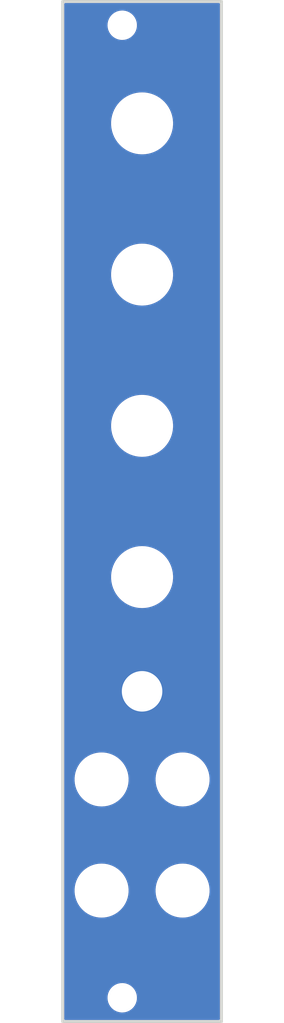
<source format=kicad_pcb>
(kicad_pcb (version 20211014) (generator pcbnew)
  (title_block (title "Eurorack Panel") (rev "0.1") (company "Len Popp") (comment 1 "Copyright © 2022 Len Popp CC BY") (comment 2 "4 HP, 8 HP or 10 HP") (comment 3 "Mounting holes match Delptronics panels"))
  (layers (0 "F.Cu" signal) (31 "B.Cu" signal) (34 "B.Paste" user) (35 "F.Paste" user) (36 "B.SilkS" user "B.Silkscreen") (37 "F.SilkS" user "F.Silkscreen") (38 "B.Mask" user) (39 "F.Mask" user) (44 "Edge.Cuts" user))
  (net 0 "")
  (footprint "-lmp-holes:MountingHole_Pot_Alpha" (layer "F.Cu") (at 150 45.36)
    (fp_text reference "REF**" hide)
    (fp_text value "MountingHole_Pot_Alpha")
    (pad "" np_thru_hole circle locked (at 0 0) (size 7.3 7.3) (drill 7.3) (layers *.Cu *.Mask))
  )
  (footprint "-lmp-holes:MountingHole_Panel_3.2mm_M3" (layer "F.Cu") (at 147.5 33)
    (fp_text reference "REF**" hide)
    (fp_text value "MountingHole_Panel_3.2mm_M3")
    (pad "" np_thru_hole circle locked (at 0 0) (size 3.2 3.2) (drill 3.2) (layers *.Cu *.Mask))
  )
  (footprint "-lmp-holes:MountingHole_Panel_3.2mm_M3" (layer "F.Cu") (at 147.5 155.5)
    (fp_text reference "REF**" hide)
    (fp_text value "MountingHole_Panel_3.2mm_M3")
    (pad "" np_thru_hole circle locked (at 0 0) (size 3.2 3.2) (drill 3.2) (layers *.Cu *.Mask))
  )
  (footprint "-lmp-holes:MountingHole_Pot_Alpha" (layer "F.Cu") (at 150 102.51)
    (fp_text reference "REF**" hide)
    (fp_text value "MountingHole_Pot_Alpha")
    (pad "" np_thru_hole circle locked (at 0 0) (size 7.3 7.3) (drill 7.3) (layers *.Cu *.Mask))
  )
  (footprint "-lmp-holes:MountingHole_LED_5mm" (layer "F.Cu") (at 150 116.9)
    (fp_text reference "REF**" hide)
    (fp_text value "MountingHole_LED_5mm")
    (pad "" np_thru_hole circle locked (at 0 0) (size 5.1 5.1) (drill 5.1) (layers F&B.Cu *.Mask))
  )
  (footprint "-lmp-holes:MountingHole_Jack_3.5mm_PJ398" (layer "F.Cu") (at 144.9 128)
    (fp_text reference "REF**" hide)
    (fp_text value "MountingHole_Jack_3.5mm_PJ398")
    (pad "" np_thru_hole circle locked (at 0 0) (size 6.3 6.3) (drill 6.3) (layers *.Cu *.Mask))
  )
  (footprint "-lmp-holes:MountingHole_Jack_3.5mm_PJ398" (layer "F.Cu") (at 155.1 128)
    (fp_text reference "REF**" hide)
    (fp_text value "MountingHole_Jack_3.5mm_PJ398")
    (pad "" np_thru_hole circle locked (at 0 0) (size 6.3 6.3) (drill 6.3) (layers *.Cu *.Mask))
  )
  (footprint "-lmp-holes:MountingHole_Jack_3.5mm_PJ398" (layer "F.Cu") (at 155.1 142)
    (fp_text reference "REF**" hide)
    (fp_text value "MountingHole_Jack_3.5mm_PJ398")
    (pad "" np_thru_hole circle locked (at 0 0) (size 6.3 6.3) (drill 6.3) (layers *.Cu *.Mask))
  )
  (footprint "-lmp-holes:MountingHole_Pot_Alpha" (layer "F.Cu") (at 150 83.46)
    (fp_text reference "REF**" hide)
    (fp_text value "MountingHole_Pot_Alpha")
    (pad "" np_thru_hole circle locked (at 0 0) (size 7.3 7.3) (drill 7.3) (layers *.Cu *.Mask))
  )
  (footprint "-lmp-holes:MountingHole_Jack_3.5mm_PJ398" (layer "F.Cu") (at 144.9 142)
    (fp_text reference "REF**" hide)
    (fp_text value "MountingHole_Jack_3.5mm_PJ398")
    (pad "" np_thru_hole circle locked (at 0 0) (size 6.3 6.3) (drill 6.3) (layers *.Cu *.Mask))
  )
  (footprint "-lmp-holes:MountingHole_Pot_Alpha" (layer "F.Cu") (at 150 64.41)
    (fp_text reference "REF**" hide)
    (fp_text value "MountingHole_Pot_Alpha")
    (pad "" np_thru_hole circle locked (at 0 0) (size 7.3 7.3) (drill 7.3) (layers *.Cu *.Mask))
  )
  (gr_line (start 160 158.5) (end 140 158.5) (layer "Edge.Cuts") (width 0.3556))
  (gr_line (start 140 158.5) (end 140 30) (layer "Edge.Cuts") (width 0.3556))
  (gr_line (start 160 30) (end 160 158.5) (layer "Edge.Cuts") (width 0.3556))
  (gr_line (start 140 30) (end 160 30) (layer "Edge.Cuts") (width 0.3556))
  (zone (net 0) (net_name "") (layers F&B.Cu) (connect_pads (clearance 0.2032)) (min_thickness 0.2032) (fill yes (thermal_gap 0.508) (thermal_bridge_width 0.508))
    (polygon (pts (xy 160.1 158.6) (xy 139.9 158.6) (xy 139.9 29.9) (xy 160.1 29.9)))
  )
)
</source>
